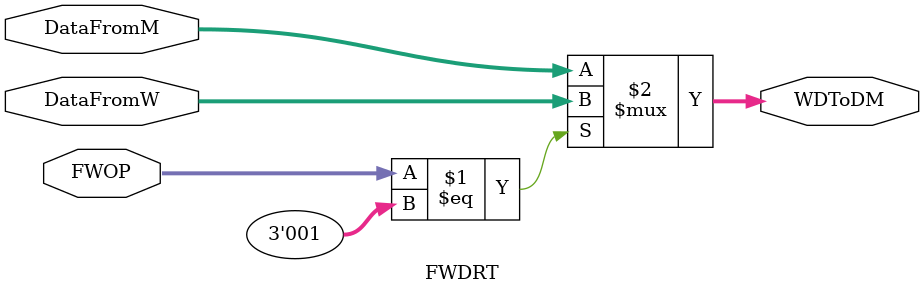
<source format=v>
`timescale 1ns / 1ps

module RFWDMUX (input [2:0] RFWDOP,
                input [31:0] ALUOUT,
                input [31:0] DMOUT,
                input [31:0] PCA8,
                output [31:0] RFWD
    
);
        assign RFWD =   (RFWDOP==0)?ALUOUT:
                        (RFWDOP==1)?DMOUT:
                        (RFWDOP==2)?PCA8:
                        (RFWDOP==3)?({{24{DMOUT[8]}},DMOUT[7:0]}):0;
                        
endmodule 



module ALUBMUX (input [2:0]ALUBOP,
                input [31:0] rt,
                input [31:0] IMM16,
                output [31:0] ALUB 
    
);
        assign ALUB =   (ALUBOP==0)?rt:
                        (ALUBOP==1)?IMM16:0;
endmodule //Untitled-2



module  FWCMPRS(input [2:0] FWOP,
                input [31:0] DataFromM,
                input [31:0] DataFromW,
                input [31:0] DataFromD,
                output [31:0] RsToCmp  
);
        assign RsToCmp = (FWOP==2)?DataFromM:
                         (FWOP==1)?DataFromW:DataFromD;
endmodule //MUX

module FWCMPRT(input [2:0] FWOP, 
                input [31:0] DataFromM,
                input [31:0] DataFromW,
                input [31:0] DataFromD,
                output [31:0] RtToCmp  
);
        assign RtToCmp = (FWOP==2)?DataFromM:
                         (FWOP==1)?DataFromW:DataFromD;
endmodule //MUX


module FWALURS (input [2:0] FWOP,
                input [31:0] DataFromM,
                input [31:0] DataFromW,
                input [31:0] DataFromE,
                output [31:0] RsToAlu 
        
);     
        assign RsToAlu = (FWOP==2)?(DataFromM):
                         (FWOP==1)?DataFromW:DataFromE;

endmodule //MUX



module FWALURT(input [2:0] FWOP,
                input [31:0] DataFromM,
                input [31:0] DataFromW,
                input [31:0] DataFromE,
                output [31:0] RtToAlu 
        
);
        assign RtToAlu = (FWOP==2)?(DataFromM):
                         (FWOP==1)?DataFromW:DataFromE;

endmodule //MUX


module FWDRT (input [2:0] FWOP,
              input [31:0] DataFromM,
              input [31:0] DataFromW,
              output [31:0] WDToDM 
        
);
        assign WDToDM = (FWOP==1)?DataFromW:DataFromM;


endmodule //MUX

</source>
